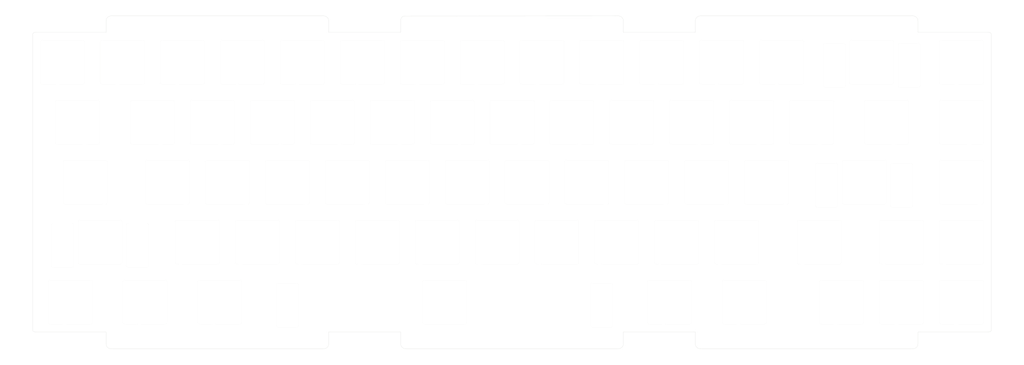
<source format=kicad_pcb>
(kicad_pcb (version 20210126) (generator pcbnew)
  (layers (0 "F.Cu" signal) (31 "B.Cu" signal) (34 "B.Paste" user) (35 "F.Paste" user) (36 "B.SilkS" user "B.Silkscreen") (37 "F.SilkS" user "F.Silkscreen") (38 "B.Mask" user) (39 "F.Mask" user) (44 "Edge.Cuts" user))
  (net 0 "")
  (footprint "MX_PlateSlots:MX175" (layer "F.Cu") (at 275.43125 92.86875))
  (footprint "MX_PlateSlots:MX150" (layer "F.Cu") (at 296.8625 54.76875))
  (footprint "MX_PlateSlots:MX100" (layer "F.Cu") (at 320.675 73.81875))
  (footprint "MX_PlateSlots:MX100" (layer "F.Cu") (at 273.05 54.76875))
  (footprint "MX_PlateSlots:MX100" (layer "F.Cu") (at 101.6 54.76875))
  (footprint "MX_PlateSlots:MX625" (layer "F.Cu") (at 156.36875 111.91875))
  (footprint "MX_PlateSlots:MX100" (layer "F.Cu") (at 149.225 35.71875))
  (footprint "MX_PlateSlots:MX100" (layer "F.Cu") (at 82.55 54.76875))
  (footprint "MX_PlateSlots:MX100" (layer "F.Cu") (at 320.675 92.86875))
  (footprint "MX_PlateSlots:MX100" (layer "F.Cu") (at 301.625 111.91875))
  (footprint "MX_PlateSlots:MX100" (layer "F.Cu") (at 244.475 35.71875))
  (footprint "MX_PlateSlots:MX125" (layer "F.Cu") (at 61.11875 111.91875))
  (footprint "MX_PlateSlots:MX100" (layer "F.Cu") (at 87.3125 73.81875))
  (footprint "MX_PlateSlots:MX175" (layer "F.Cu") (at 42.06875 73.81875))
  (footprint "MX_PlateSlots:MX100" (layer "F.Cu") (at 73.025 35.71875))
  (footprint "MX_PlateSlots:MX100" (layer "F.Cu") (at 139.7 54.76875))
  (footprint "MX_PlateSlots:MX100" (layer "F.Cu") (at 187.325 35.71875))
  (footprint "MX_PlateSlots:MX100" (layer "F.Cu") (at 239.7125 73.81875))
  (footprint "MX_PlateSlots:MX100" (layer "F.Cu") (at 134.9375 92.86875))
  (footprint "MX_PlateSlots:MX100" (layer "F.Cu") (at 173.0375 92.86875))
  (footprint "MX_PlateSlots:MX100" (layer "F.Cu") (at 182.5625 73.81875))
  (footprint "MX_PlateSlots:MX225" (layer "F.Cu") (at 46.83125 92.86875))
  (footprint "MX_PlateSlots:MX100" (layer "F.Cu") (at 263.525 35.71875))
  (footprint "MX_PlateSlots:MX225" (layer "F.Cu") (at 289.71875 73.81875))
  (footprint "MX_PlateSlots:MX100" (layer "F.Cu") (at 320.675 54.76875))
  (footprint "MX_PlateSlots:MX100" (layer "F.Cu") (at 196.85 54.76875))
  (footprint "MX_PlateSlots:MX100" (layer "F.Cu") (at 282.575 111.91875))
  (footprint "MX_PlateSlots:MX100" (layer "F.Cu") (at 53.975 35.71875))
  (footprint "MX_PlateSlots:MX125" (layer "F.Cu") (at 251.61875 111.91875))
  (footprint "MX_PlateSlots:MX100" (layer "F.Cu") (at 258.7625 73.81875))
  (footprint "MX_PlateSlots:MX100" (layer "F.Cu") (at 168.275 35.71875))
  (footprint "MX_PlateSlots:MX200" (layer "F.Cu") (at 292.1 35.71875))
  (footprint "MX_PlateSlots:MX100" (layer "F.Cu") (at 92.075 35.71875))
  (footprint "MX_PlateSlots:MX100" (layer "F.Cu") (at 220.6625 73.81875))
  (footprint "MX_PlateSlots:MX100" (layer "F.Cu") (at 320.675 35.71875))
  (footprint "MX_PlateSlots:MX100" (layer "F.Cu") (at 111.125 35.71875))
  (footprint "MX_PlateSlots:MX100" (layer "F.Cu") (at 144.4625 73.81875))
  (footprint "MX_PlateSlots:MX100" (layer "F.Cu") (at 230.1875 92.86875))
  (footprint "MX_PlateSlots:MX100" (layer "F.Cu") (at 249.2375 92.86875))
  (footprint "MX_PlateSlots:MX100" (layer "F.Cu") (at 201.6125 73.81875))
  (footprint "MX_PlateSlots:MX100" (layer "F.Cu") (at 206.375 35.71875))
  (footprint "MX_PlateSlots:MX100" (layer "F.Cu") (at 301.625 92.86875))
  (footprint "MX_PlateSlots:MX100" (layer "F.Cu") (at 234.95 54.76875))
  (footprint "MX_PlateSlots:MX100" (layer "F.Cu") (at 34.925 35.71875))
  (footprint "MX_PlateSlots:MX100" (layer "F.Cu") (at 115.8875 92.86875))
  (footprint "MX_PlateSlots:MX100" (layer "F.Cu") (at 177.8 54.76875))
  (footprint "MX_PlateSlots:MX100" (layer "F.Cu") (at 120.65 54.76875))
  (footprint "MX_PlateSlots:MX100" (layer "F.Cu") (at 125.4125 73.81875))
  (footprint "MX_PlateSlots:MX125" (layer "F.Cu") (at 37.30625 111.91875))
  (footprint "MX_PlateSlots:MX100" (layer "F.Cu") (at 320.675 111.91875))
  (footprint "MX_PlateSlots:MX100" (layer "F.Cu") (at 63.5 54.76875))
  (footprint "MX_PlateSlots:MX125" (layer "F.Cu") (at 84.93125 111.91875))
  (footprint "MX_PlateSlots:MX100" (layer "F.Cu") (at 68.2625 73.81875))
  (footprint "MX_PlateSlots:MX125" (layer "F.Cu") (at 227.80625 111.91875))
  (footprint "MX_PlateSlots:MX100" (layer "F.Cu") (at 163.5125 73.81875))
  (footprint "MX_PlateSlots:MX100" (layer "F.Cu") (at 192.0875 92.86875))
  (footprint "MX_PlateSlots:MX100" (layer "F.Cu") (at 130.175 35.71875))
  (footprint "MX_PlateSlots:MX100" (layer "F.Cu") (at 153.9875 92.86875))
  (footprint "MX_PlateSlots:MX100" (layer "F.Cu") (at 254 54.76875))
  (footprint "MX_PlateSlots:MX100" (layer "F.Cu") (at 96.8375 92.86875))
  (footprint "MX_PlateSlots:MX150" (layer "F.Cu") (at 39.6875 54.76875))
  (footprint "MX_PlateSlots:MX100" (layer "F.Cu") (at 77.7875 92.86875))
  (footprint "MX_PlateSlots:MX100" (layer "F.Cu") (at 215.9 54.76875))
  (footprint "MX_PlateSlots:MX100" (layer "F.Cu") (at 211.1375 92.86875))
  (footprint "MX_PlateSlots:MX100" (layer "F.Cu") (at 158.75 54.76875))
  (footprint "MX_PlateSlots:MX100" (layer "F.Cu") (at 225.425 35.71875))
  (footprint "MX_PlateSlots:MX100" (layer "F.Cu") (at 106.3625 73.81875))
  (gr_line (start 211.602468 126.780712) (end 143.997532 126.780712) (layer "Edge.Cuts") (width 0.05))
  (gr_arc (start 211.602468 125.193212) (end 213.189968 125.193212) (angle 90) (layer "Edge.Cuts") (width 0.05))
  (gr_arc (start 143.997532 125.193212) (end 142.410032 125.193212) (angle -90) (layer "Edge.Cuts") (width 0.05))
  (gr_line (start 306.852468 26.19375) (end 329.40625 26.19375) (layer "Edge.Cuts") (width 0.05))
  (gr_arc (start 237.660032 125.193212) (end 236.072532 125.193212) (angle -90) (layer "Edge.Cuts") (width 0.05))
  (gr_line (start 48.747532 121.44375) (end 26.19375 121.44375) (layer "Edge.Cuts") (width 0.05))
  (gr_arc (start 26.19375 120.65) (end 26.19375 121.44375) (angle 90) (layer "Edge.Cuts") (width 0.05))
  (gr_line (start 143.66875 21) (end 211.602468 20.966282) (layer "Edge.Cuts") (width 0.05))
  (gr_arc (start 237.660032 22.553782) (end 237.660032 20.966282) (angle -90) (layer "Edge.Cuts") (width 0.05))
  (gr_line (start 236.072532 121.44375) (end 213.189968 121.44375) (layer "Edge.Cuts") (width 0.05))
  (gr_line (start 142.410032 125.193212) (end 142.410032 121.44375) (layer "Edge.Cuts") (width 0.05))
  (gr_line (start 306.852468 125.193212) (end 306.852468 121.44375) (layer "Edge.Cuts") (width 0.05))
  (gr_line (start 50.335032 20.966282) (end 117.939968 20.966282) (layer "Edge.Cuts") (width 0.05))
  (gr_line (start 213.189968 121.44375) (end 213.189968 125.193212) (layer "Edge.Cuts") (width 0.05))
  (gr_line (start 329.40625 121.44375) (end 306.852468 121.44375) (layer "Edge.Cuts") (width 0.05))
  (gr_line (start 236.072532 125.193212) (end 236.072532 121.44375) (layer "Edge.Cuts") (width 0.05))
  (gr_line (start 305.264968 126.780712) (end 237.660032 126.780712) (layer "Edge.Cuts") (width 0.05))
  (gr_line (start 117.939968 126.780712) (end 50.335032 126.780712) (layer "Edge.Cuts") (width 0.05))
  (gr_arc (start 117.939968 22.553782) (end 117.939968 20.966282) (angle 90) (layer "Edge.Cuts") (width 0.05))
  (gr_arc (start 143.66875 22.225) (end 143.66875 21) (angle -90) (layer "Edge.Cuts") (width 0.05))
  (gr_line (start 142.410032 121.44375) (end 119.527468 121.44375) (layer "Edge.Cuts") (width 0.05))
  (gr_line (start 119.527468 26.19375) (end 142.44375 26.19375) (layer "Edge.Cuts") (width 0.05))
  (gr_arc (start 50.335032 22.553782) (end 50.335032 20.966282) (angle -90) (layer "Edge.Cuts") (width 0.05))
  (gr_arc (start 50.335032 125.193213) (end 48.747532 125.193212) (angle -90) (layer "Edge.Cuts") (width 0.05))
  (gr_arc (start 305.264968 125.193212) (end 306.852468 125.193212) (angle 90) (layer "Edge.Cuts") (width 0.05))
  (gr_line (start 26.19375 26.19375) (end 48.747532 26.19375) (layer "Edge.Cuts") (width 0.05))
  (gr_arc (start 305.264968 22.553782) (end 305.264968 20.966282) (angle 90) (layer "Edge.Cuts") (width 0.05))
  (gr_arc (start 117.939968 125.193212) (end 119.527468 125.193212) (angle 90) (layer "Edge.Cuts") (width 0.05))
  (gr_line (start 306.852468 22.553782) (end 306.852468 26.19375) (layer "Edge.Cuts") (width 0.05))
  (gr_line (start 237.660032 20.966282) (end 305.264968 20.966282) (layer "Edge.Cuts") (width 0.05))
  (gr_line (start 48.747532 22.553782) (end 48.747532 26.19375) (layer "Edge.Cuts") (width 0.05))
  (gr_arc (start 211.602468 22.553782) (end 211.602468 20.966282) (angle 90) (layer "Edge.Cuts") (width 0.05))
  (gr_arc (start 26.19375 26.9875) (end 25.4 26.9875) (angle 90) (layer "Edge.Cuts") (width 0.05))
  (gr_line (start 236.072532 26.19375) (end 236.072532 22.553782) (layer "Edge.Cuts") (width 0.05))
  (gr_arc (start 329.40625 120.65) (end 330.2 120.65) (angle 90) (layer "Edge.Cuts") (width 0.05))
  (gr_line (start 119.527468 22.553782) (end 119.527468 26.19375) (layer "Edge.Cuts") (width 0.05))
  (gr_line (start 119.527468 125.193212) (end 119.527468 121.44375) (layer "Edge.Cuts") (width 0.05))
  (gr_line (start 48.747532 125.193212) (end 48.747532 121.44375) (layer "Edge.Cuts") (width 0.05))
  (gr_line (start 25.4 120.65) (end 25.4 26.9875) (layer "Edge.Cuts") (width 0.05))
  (gr_line (start 330.2 26.9875) (end 330.2 120.65) (layer "Edge.Cuts") (width 0.05))
  (gr_arc (start 329.40625 26.9875) (end 329.40625 26.19375) (angle 90) (layer "Edge.Cuts") (width 0.05))
  (gr_line (start 142.44375 22.225) (end 142.44375 26.19375) (layer "Edge.Cuts") (width 0.05))
  (gr_line (start 213.189968 26.19375) (end 236.072532 26.19375) (layer "Edge.Cuts") (width 0.05))
  (gr_line (start 213.189968 22.553782) (end 213.189968 26.19375) (layer "Edge.Cuts") (width 0.05))
)
</source>
